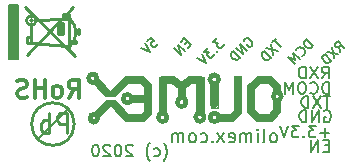
<source format=gbr>
G04 #@! TF.GenerationSoftware,KiCad,Pcbnew,5.1.5-52549c5~84~ubuntu19.10.1*
G04 #@! TF.CreationDate,2020-03-27T11:31:54+02:00*
G04 #@! TF.ProjectId,ESP-PROG_Rev.C,4553502d-5052-44f4-975f-5265762e432e,rev?*
G04 #@! TF.SameCoordinates,Original*
G04 #@! TF.FileFunction,Legend,Bot*
G04 #@! TF.FilePolarity,Positive*
%FSLAX46Y46*%
G04 Gerber Fmt 4.6, Leading zero omitted, Abs format (unit mm)*
G04 Created by KiCad (PCBNEW 5.1.5-52549c5~84~ubuntu19.10.1) date 2020-03-27 11:31:54*
%MOMM*%
%LPD*%
G04 APERTURE LIST*
%ADD10C,0.150000*%
%ADD11C,0.200000*%
%ADD12C,0.300000*%
%ADD13C,0.254000*%
%ADD14C,0.127000*%
%ADD15C,0.400000*%
%ADD16C,0.700000*%
%ADD17C,0.500000*%
%ADD18C,0.100000*%
G04 APERTURE END LIST*
D10*
X126997969Y-94182470D02*
X127267343Y-93913096D01*
X127563654Y-94155532D01*
X127509780Y-94155532D01*
X127428967Y-94182470D01*
X127294280Y-94317157D01*
X127267343Y-94397969D01*
X127267343Y-94451844D01*
X127294280Y-94532656D01*
X127428967Y-94667343D01*
X127509780Y-94694280D01*
X127563654Y-94694280D01*
X127644467Y-94667343D01*
X127779154Y-94532656D01*
X127806091Y-94451844D01*
X127806091Y-94397969D01*
X126809407Y-94371032D02*
X127186531Y-95125279D01*
X126432284Y-94748155D01*
X130377123Y-94242064D02*
X130188561Y-94430625D01*
X130404061Y-94807749D02*
X130673435Y-94538375D01*
X130107749Y-93972690D01*
X129838375Y-94242064D01*
X130161624Y-95050186D02*
X129595938Y-94484500D01*
X129838375Y-95373435D01*
X129272690Y-94807749D01*
X141010152Y-94601658D02*
X140444467Y-94035972D01*
X140309780Y-94170659D01*
X140255905Y-94278409D01*
X140255905Y-94386158D01*
X140282842Y-94466971D01*
X140363654Y-94601658D01*
X140444467Y-94682470D01*
X140579154Y-94763282D01*
X140659966Y-94790219D01*
X140767715Y-94790219D01*
X140875465Y-94736345D01*
X141010152Y-94601658D01*
X140067343Y-95436717D02*
X140121218Y-95436717D01*
X140228967Y-95382842D01*
X140282842Y-95328967D01*
X140336717Y-95221218D01*
X140336717Y-95113468D01*
X140309780Y-95032656D01*
X140228967Y-94897969D01*
X140148155Y-94817157D01*
X140013468Y-94736345D01*
X139932656Y-94709407D01*
X139824906Y-94709407D01*
X139717157Y-94763282D01*
X139663282Y-94817157D01*
X139609407Y-94924906D01*
X139609407Y-94978781D01*
X139878781Y-95733028D02*
X139313096Y-95167343D01*
X139528595Y-95759966D01*
X138935972Y-95544467D01*
X139501658Y-96110152D01*
X143333028Y-95078781D02*
X143252216Y-94620845D01*
X143656277Y-94755532D02*
X143090592Y-94189847D01*
X142875093Y-94405346D01*
X142848155Y-94486158D01*
X142848155Y-94540033D01*
X142875093Y-94620845D01*
X142955905Y-94701658D01*
X143036717Y-94728595D01*
X143090592Y-94728595D01*
X143171404Y-94701658D01*
X143386903Y-94486158D01*
X142578781Y-94701658D02*
X142767343Y-95644467D01*
X142201658Y-95078781D02*
X143144467Y-95267343D01*
X142551844Y-95859966D02*
X141986158Y-95294280D01*
X141851471Y-95428967D01*
X141797597Y-95536717D01*
X141797597Y-95644467D01*
X141824534Y-95725279D01*
X141905346Y-95859966D01*
X141986158Y-95940778D01*
X142120845Y-96021590D01*
X142201658Y-96048528D01*
X142309407Y-96048528D01*
X142417157Y-95994653D01*
X142551844Y-95859966D01*
X137904061Y-93976378D02*
X137580812Y-94299627D01*
X138308122Y-94703688D02*
X137742436Y-94138003D01*
X137446125Y-94434314D02*
X137634687Y-95377123D01*
X137069001Y-94811438D02*
X138011810Y-95000000D01*
X137419187Y-95592622D02*
X136853502Y-95026937D01*
X136718815Y-95161624D01*
X136664940Y-95269374D01*
X136664940Y-95377123D01*
X136691877Y-95457935D01*
X136772690Y-95592622D01*
X136853502Y-95673435D01*
X136988189Y-95754247D01*
X137069001Y-95781184D01*
X137176751Y-95781184D01*
X137284500Y-95727309D01*
X137419187Y-95592622D01*
X132925279Y-93955160D02*
X132575093Y-94305346D01*
X132979154Y-94332284D01*
X132898341Y-94413096D01*
X132871404Y-94493908D01*
X132871404Y-94547783D01*
X132898341Y-94628595D01*
X133033028Y-94763282D01*
X133113841Y-94790219D01*
X133167715Y-94790219D01*
X133248528Y-94763282D01*
X133410152Y-94601658D01*
X133437089Y-94520845D01*
X133437089Y-94466971D01*
X132844467Y-95059593D02*
X132844467Y-95113468D01*
X132898341Y-95113468D01*
X132898341Y-95059593D01*
X132844467Y-95059593D01*
X132898341Y-95113468D01*
X132117157Y-94763282D02*
X131766971Y-95113468D01*
X132171032Y-95140406D01*
X132090219Y-95221218D01*
X132063282Y-95302030D01*
X132063282Y-95355905D01*
X132090219Y-95436717D01*
X132224906Y-95571404D01*
X132305719Y-95598341D01*
X132359593Y-95598341D01*
X132440406Y-95571404D01*
X132602030Y-95409780D01*
X132628967Y-95328967D01*
X132628967Y-95275093D01*
X131605346Y-95275093D02*
X131982470Y-96029340D01*
X131228223Y-95652216D01*
X135148155Y-94186158D02*
X135175093Y-94105346D01*
X135255905Y-94024534D01*
X135363654Y-93970659D01*
X135471404Y-93970659D01*
X135552216Y-93997597D01*
X135686903Y-94078409D01*
X135767715Y-94159221D01*
X135848528Y-94293908D01*
X135875465Y-94374720D01*
X135875465Y-94482470D01*
X135821590Y-94590219D01*
X135767715Y-94644094D01*
X135659966Y-94697969D01*
X135606091Y-94697969D01*
X135417529Y-94509407D01*
X135525279Y-94401658D01*
X135417529Y-94994280D02*
X134851844Y-94428595D01*
X135094280Y-95317529D01*
X134528595Y-94751844D01*
X134824906Y-95586903D02*
X134259221Y-95021218D01*
X134124534Y-95155905D01*
X134070659Y-95263654D01*
X134070659Y-95371404D01*
X134097597Y-95452216D01*
X134178409Y-95586903D01*
X134259221Y-95667715D01*
X134393908Y-95748528D01*
X134474720Y-95775465D01*
X134582470Y-95775465D01*
X134690219Y-95721590D01*
X134824906Y-95586903D01*
X142338095Y-103028571D02*
X142004761Y-103028571D01*
X141861904Y-103552380D02*
X142338095Y-103552380D01*
X142338095Y-102552380D01*
X141861904Y-102552380D01*
X141433333Y-103552380D02*
X141433333Y-102552380D01*
X140861904Y-103552380D01*
X140861904Y-102552380D01*
X142400000Y-101971428D02*
X141638095Y-101971428D01*
X142019047Y-102352380D02*
X142019047Y-101590476D01*
X141257142Y-101352380D02*
X140638095Y-101352380D01*
X140971428Y-101733333D01*
X140828571Y-101733333D01*
X140733333Y-101780952D01*
X140685714Y-101828571D01*
X140638095Y-101923809D01*
X140638095Y-102161904D01*
X140685714Y-102257142D01*
X140733333Y-102304761D01*
X140828571Y-102352380D01*
X141114285Y-102352380D01*
X141209523Y-102304761D01*
X141257142Y-102257142D01*
X140209523Y-102257142D02*
X140161904Y-102304761D01*
X140209523Y-102352380D01*
X140257142Y-102304761D01*
X140209523Y-102257142D01*
X140209523Y-102352380D01*
X139828571Y-101352380D02*
X139209523Y-101352380D01*
X139542857Y-101733333D01*
X139400000Y-101733333D01*
X139304761Y-101780952D01*
X139257142Y-101828571D01*
X139209523Y-101923809D01*
X139209523Y-102161904D01*
X139257142Y-102257142D01*
X139304761Y-102304761D01*
X139400000Y-102352380D01*
X139685714Y-102352380D01*
X139780952Y-102304761D01*
X139828571Y-102257142D01*
X138923809Y-101352380D02*
X138590476Y-102352380D01*
X138257142Y-101352380D01*
X141961904Y-100100000D02*
X142057142Y-100052380D01*
X142200000Y-100052380D01*
X142342857Y-100100000D01*
X142438095Y-100195238D01*
X142485714Y-100290476D01*
X142533333Y-100480952D01*
X142533333Y-100623809D01*
X142485714Y-100814285D01*
X142438095Y-100909523D01*
X142342857Y-101004761D01*
X142200000Y-101052380D01*
X142104761Y-101052380D01*
X141961904Y-101004761D01*
X141914285Y-100957142D01*
X141914285Y-100623809D01*
X142104761Y-100623809D01*
X141485714Y-101052380D02*
X141485714Y-100052380D01*
X140914285Y-101052380D01*
X140914285Y-100052380D01*
X140438095Y-101052380D02*
X140438095Y-100052380D01*
X140200000Y-100052380D01*
X140057142Y-100100000D01*
X139961904Y-100195238D01*
X139914285Y-100290476D01*
X139866666Y-100480952D01*
X139866666Y-100623809D01*
X139914285Y-100814285D01*
X139961904Y-100909523D01*
X140057142Y-101004761D01*
X140200000Y-101052380D01*
X140438095Y-101052380D01*
X141766666Y-97352380D02*
X142100000Y-96876190D01*
X142338095Y-97352380D02*
X142338095Y-96352380D01*
X141957142Y-96352380D01*
X141861904Y-96400000D01*
X141814285Y-96447619D01*
X141766666Y-96542857D01*
X141766666Y-96685714D01*
X141814285Y-96780952D01*
X141861904Y-96828571D01*
X141957142Y-96876190D01*
X142338095Y-96876190D01*
X141433333Y-96352380D02*
X140766666Y-97352380D01*
X140766666Y-96352380D02*
X141433333Y-97352380D01*
X140385714Y-97352380D02*
X140385714Y-96352380D01*
X140147619Y-96352380D01*
X140004761Y-96400000D01*
X139909523Y-96495238D01*
X139861904Y-96590476D01*
X139814285Y-96780952D01*
X139814285Y-96923809D01*
X139861904Y-97114285D01*
X139909523Y-97209523D01*
X140004761Y-97304761D01*
X140147619Y-97352380D01*
X140385714Y-97352380D01*
X142357142Y-98652380D02*
X142357142Y-97652380D01*
X142119047Y-97652380D01*
X141976190Y-97700000D01*
X141880952Y-97795238D01*
X141833333Y-97890476D01*
X141785714Y-98080952D01*
X141785714Y-98223809D01*
X141833333Y-98414285D01*
X141880952Y-98509523D01*
X141976190Y-98604761D01*
X142119047Y-98652380D01*
X142357142Y-98652380D01*
X140785714Y-98557142D02*
X140833333Y-98604761D01*
X140976190Y-98652380D01*
X141071428Y-98652380D01*
X141214285Y-98604761D01*
X141309523Y-98509523D01*
X141357142Y-98414285D01*
X141404761Y-98223809D01*
X141404761Y-98080952D01*
X141357142Y-97890476D01*
X141309523Y-97795238D01*
X141214285Y-97700000D01*
X141071428Y-97652380D01*
X140976190Y-97652380D01*
X140833333Y-97700000D01*
X140785714Y-97747619D01*
X140166666Y-97652380D02*
X139976190Y-97652380D01*
X139880952Y-97700000D01*
X139785714Y-97795238D01*
X139738095Y-97985714D01*
X139738095Y-98319047D01*
X139785714Y-98509523D01*
X139880952Y-98604761D01*
X139976190Y-98652380D01*
X140166666Y-98652380D01*
X140261904Y-98604761D01*
X140357142Y-98509523D01*
X140404761Y-98319047D01*
X140404761Y-97985714D01*
X140357142Y-97795238D01*
X140261904Y-97700000D01*
X140166666Y-97652380D01*
X139309523Y-98652380D02*
X139309523Y-97652380D01*
X138976190Y-98366666D01*
X138642857Y-97652380D01*
X138642857Y-98652380D01*
X142461904Y-98852380D02*
X141890476Y-98852380D01*
X142176190Y-99852380D02*
X142176190Y-98852380D01*
X141652380Y-98852380D02*
X140985714Y-99852380D01*
X140985714Y-98852380D02*
X141652380Y-99852380D01*
X140604761Y-99852380D02*
X140604761Y-98852380D01*
X140366666Y-98852380D01*
X140223809Y-98900000D01*
X140128571Y-98995238D01*
X140080952Y-99090476D01*
X140033333Y-99280952D01*
X140033333Y-99423809D01*
X140080952Y-99614285D01*
X140128571Y-99709523D01*
X140223809Y-99804761D01*
X140366666Y-99852380D01*
X140604761Y-99852380D01*
D11*
X137742857Y-102747619D02*
X137847619Y-102695238D01*
X137900000Y-102642857D01*
X137952380Y-102538095D01*
X137952380Y-102223809D01*
X137900000Y-102119047D01*
X137847619Y-102066666D01*
X137742857Y-102014285D01*
X137585714Y-102014285D01*
X137480952Y-102066666D01*
X137428571Y-102119047D01*
X137376190Y-102223809D01*
X137376190Y-102538095D01*
X137428571Y-102642857D01*
X137480952Y-102695238D01*
X137585714Y-102747619D01*
X137742857Y-102747619D01*
X136747619Y-102747619D02*
X136852380Y-102695238D01*
X136904761Y-102590476D01*
X136904761Y-101647619D01*
X136328571Y-102747619D02*
X136328571Y-102014285D01*
X136328571Y-101647619D02*
X136380952Y-101700000D01*
X136328571Y-101752380D01*
X136276190Y-101700000D01*
X136328571Y-101647619D01*
X136328571Y-101752380D01*
X135804761Y-102747619D02*
X135804761Y-102014285D01*
X135804761Y-102119047D02*
X135752380Y-102066666D01*
X135647619Y-102014285D01*
X135490476Y-102014285D01*
X135385714Y-102066666D01*
X135333333Y-102171428D01*
X135333333Y-102747619D01*
X135333333Y-102171428D02*
X135280952Y-102066666D01*
X135176190Y-102014285D01*
X135019047Y-102014285D01*
X134914285Y-102066666D01*
X134861904Y-102171428D01*
X134861904Y-102747619D01*
X133919047Y-102695238D02*
X134023809Y-102747619D01*
X134233333Y-102747619D01*
X134338095Y-102695238D01*
X134390476Y-102590476D01*
X134390476Y-102171428D01*
X134338095Y-102066666D01*
X134233333Y-102014285D01*
X134023809Y-102014285D01*
X133919047Y-102066666D01*
X133866666Y-102171428D01*
X133866666Y-102276190D01*
X134390476Y-102380952D01*
X133500000Y-102747619D02*
X132923809Y-102014285D01*
X133500000Y-102014285D02*
X132923809Y-102747619D01*
X132504761Y-102642857D02*
X132452380Y-102695238D01*
X132504761Y-102747619D01*
X132557142Y-102695238D01*
X132504761Y-102642857D01*
X132504761Y-102747619D01*
X131509523Y-102695238D02*
X131614285Y-102747619D01*
X131823809Y-102747619D01*
X131928571Y-102695238D01*
X131980952Y-102642857D01*
X132033333Y-102538095D01*
X132033333Y-102223809D01*
X131980952Y-102119047D01*
X131928571Y-102066666D01*
X131823809Y-102014285D01*
X131614285Y-102014285D01*
X131509523Y-102066666D01*
X130880952Y-102747619D02*
X130985714Y-102695238D01*
X131038095Y-102642857D01*
X131090476Y-102538095D01*
X131090476Y-102223809D01*
X131038095Y-102119047D01*
X130985714Y-102066666D01*
X130880952Y-102014285D01*
X130723809Y-102014285D01*
X130619047Y-102066666D01*
X130566666Y-102119047D01*
X130514285Y-102223809D01*
X130514285Y-102538095D01*
X130566666Y-102642857D01*
X130619047Y-102695238D01*
X130723809Y-102747619D01*
X130880952Y-102747619D01*
X130042857Y-102747619D02*
X130042857Y-102014285D01*
X130042857Y-102119047D02*
X129990476Y-102066666D01*
X129885714Y-102014285D01*
X129728571Y-102014285D01*
X129623809Y-102066666D01*
X129571428Y-102171428D01*
X129571428Y-102747619D01*
X129571428Y-102171428D02*
X129519047Y-102066666D01*
X129414285Y-102014285D01*
X129257142Y-102014285D01*
X129152380Y-102066666D01*
X129100000Y-102171428D01*
X129100000Y-102747619D01*
D12*
X120314285Y-98978571D02*
X120814285Y-98264285D01*
X121171428Y-98978571D02*
X121171428Y-97478571D01*
X120600000Y-97478571D01*
X120457142Y-97550000D01*
X120385714Y-97621428D01*
X120314285Y-97764285D01*
X120314285Y-97978571D01*
X120385714Y-98121428D01*
X120457142Y-98192857D01*
X120600000Y-98264285D01*
X121171428Y-98264285D01*
X119457142Y-98978571D02*
X119600000Y-98907142D01*
X119671428Y-98835714D01*
X119742857Y-98692857D01*
X119742857Y-98264285D01*
X119671428Y-98121428D01*
X119600000Y-98050000D01*
X119457142Y-97978571D01*
X119242857Y-97978571D01*
X119100000Y-98050000D01*
X119028571Y-98121428D01*
X118957142Y-98264285D01*
X118957142Y-98692857D01*
X119028571Y-98835714D01*
X119100000Y-98907142D01*
X119242857Y-98978571D01*
X119457142Y-98978571D01*
X118314285Y-98978571D02*
X118314285Y-97478571D01*
X118314285Y-98192857D02*
X117457142Y-98192857D01*
X117457142Y-98978571D02*
X117457142Y-97478571D01*
X116814285Y-98907142D02*
X116600000Y-98978571D01*
X116242857Y-98978571D01*
X116100000Y-98907142D01*
X116028571Y-98835714D01*
X115957142Y-98692857D01*
X115957142Y-98550000D01*
X116028571Y-98407142D01*
X116100000Y-98335714D01*
X116242857Y-98264285D01*
X116528571Y-98192857D01*
X116671428Y-98121428D01*
X116742857Y-98050000D01*
X116814285Y-97907142D01*
X116814285Y-97764285D01*
X116742857Y-97621428D01*
X116671428Y-97550000D01*
X116528571Y-97478571D01*
X116171428Y-97478571D01*
X115957142Y-97550000D01*
D11*
X128357142Y-104333333D02*
X128404761Y-104285714D01*
X128500000Y-104142857D01*
X128547619Y-104047619D01*
X128595238Y-103904761D01*
X128642857Y-103666666D01*
X128642857Y-103476190D01*
X128595238Y-103238095D01*
X128547619Y-103095238D01*
X128500000Y-103000000D01*
X128404761Y-102857142D01*
X128357142Y-102809523D01*
X127547619Y-103904761D02*
X127642857Y-103952380D01*
X127833333Y-103952380D01*
X127928571Y-103904761D01*
X127976190Y-103857142D01*
X128023809Y-103761904D01*
X128023809Y-103476190D01*
X127976190Y-103380952D01*
X127928571Y-103333333D01*
X127833333Y-103285714D01*
X127642857Y-103285714D01*
X127547619Y-103333333D01*
X127214285Y-104333333D02*
X127166666Y-104285714D01*
X127071428Y-104142857D01*
X127023809Y-104047619D01*
X126976190Y-103904761D01*
X126928571Y-103666666D01*
X126928571Y-103476190D01*
X126976190Y-103238095D01*
X127023809Y-103095238D01*
X127071428Y-103000000D01*
X127166666Y-102857142D01*
X127214285Y-102809523D01*
X125738095Y-103047619D02*
X125690476Y-103000000D01*
X125595238Y-102952380D01*
X125357142Y-102952380D01*
X125261904Y-103000000D01*
X125214285Y-103047619D01*
X125166666Y-103142857D01*
X125166666Y-103238095D01*
X125214285Y-103380952D01*
X125785714Y-103952380D01*
X125166666Y-103952380D01*
X124547619Y-102952380D02*
X124452380Y-102952380D01*
X124357142Y-103000000D01*
X124309523Y-103047619D01*
X124261904Y-103142857D01*
X124214285Y-103333333D01*
X124214285Y-103571428D01*
X124261904Y-103761904D01*
X124309523Y-103857142D01*
X124357142Y-103904761D01*
X124452380Y-103952380D01*
X124547619Y-103952380D01*
X124642857Y-103904761D01*
X124690476Y-103857142D01*
X124738095Y-103761904D01*
X124785714Y-103571428D01*
X124785714Y-103333333D01*
X124738095Y-103142857D01*
X124690476Y-103047619D01*
X124642857Y-103000000D01*
X124547619Y-102952380D01*
X123833333Y-103047619D02*
X123785714Y-103000000D01*
X123690476Y-102952380D01*
X123452380Y-102952380D01*
X123357142Y-103000000D01*
X123309523Y-103047619D01*
X123261904Y-103142857D01*
X123261904Y-103238095D01*
X123309523Y-103380952D01*
X123880952Y-103952380D01*
X123261904Y-103952380D01*
X122642857Y-102952380D02*
X122547619Y-102952380D01*
X122452380Y-103000000D01*
X122404761Y-103047619D01*
X122357142Y-103142857D01*
X122309523Y-103333333D01*
X122309523Y-103571428D01*
X122357142Y-103761904D01*
X122404761Y-103857142D01*
X122452380Y-103904761D01*
X122547619Y-103952380D01*
X122642857Y-103952380D01*
X122738095Y-103904761D01*
X122785714Y-103857142D01*
X122833333Y-103761904D01*
X122880952Y-103571428D01*
X122880952Y-103333333D01*
X122833333Y-103142857D01*
X122785714Y-103047619D01*
X122738095Y-103000000D01*
X122642857Y-102952380D01*
D10*
X116062000Y-91130000D02*
X115300000Y-91130000D01*
X116062000Y-95702000D02*
X116062000Y-91130000D01*
X115300000Y-95702000D02*
X116062000Y-95702000D01*
X115300000Y-91130000D02*
X115300000Y-95702000D01*
X116011200Y-91180800D02*
X116011200Y-95600400D01*
X115909600Y-95651200D02*
X115909600Y-91180800D01*
X115757200Y-91180800D02*
X115757200Y-95600400D01*
X115604800Y-91180800D02*
X115604800Y-95600400D01*
X115858800Y-95651200D02*
X115858800Y-91231600D01*
X115706400Y-95651200D02*
X115706400Y-91180800D01*
X115503200Y-91231600D02*
X115503200Y-95600400D01*
X115401600Y-95651200D02*
X115401600Y-91231600D01*
D13*
X120838000Y-95496000D02*
X116647000Y-91305000D01*
X116774000Y-95369000D02*
X120711000Y-91305000D01*
X117155000Y-94353000D02*
X117155000Y-92956000D01*
X117155000Y-94353000D02*
X120203000Y-94607000D01*
X120330000Y-94861000D02*
X120330000Y-91940000D01*
X116774000Y-93845000D02*
X117028000Y-93845000D01*
X116774000Y-94353000D02*
X116774000Y-93845000D01*
X117155000Y-94353000D02*
X116774000Y-94353000D01*
X117663000Y-92448000D02*
X119695000Y-92321000D01*
X117556609Y-92448000D02*
G75*
G03X117556609Y-92448000I-401609J0D01*
G01*
X120965000Y-94226000D02*
X120457000Y-94226000D01*
X120965000Y-94353000D02*
X120965000Y-94226000D01*
X120457000Y-94353000D02*
X120965000Y-94353000D01*
X119822000Y-91940000D02*
X120330000Y-91940000D01*
X119822000Y-92321000D02*
X119822000Y-91940000D01*
X120330000Y-92321000D02*
X119822000Y-92321000D01*
X120203000Y-92194000D02*
X120076000Y-92194000D01*
X120330000Y-92194000D02*
X119949000Y-92067000D01*
X120203000Y-92194000D02*
X120076000Y-92194000D01*
X120203000Y-92067000D02*
X119822000Y-92067000D01*
X120203000Y-92194000D02*
X120203000Y-92067000D01*
X119822000Y-92194000D02*
X120203000Y-92194000D01*
X119441000Y-93591000D02*
X119822000Y-93591000D01*
X119441000Y-92702000D02*
X119441000Y-93591000D01*
X119822000Y-92702000D02*
X119441000Y-92702000D01*
X119822000Y-93591000D02*
X119822000Y-92702000D01*
X119695000Y-93464000D02*
X119695000Y-92829000D01*
X121219000Y-93210000D02*
X121219000Y-93591000D01*
X121092000Y-93210000D02*
X121219000Y-93210000D01*
X121092000Y-93591000D02*
X121092000Y-93210000D01*
X121219000Y-93591000D02*
X121092000Y-93591000D01*
X120457000Y-92321000D02*
G75*
G02X120457000Y-94607000I-1143000J-1143000D01*
G01*
D14*
X117282000Y-92448000D02*
G75*
G03X117282000Y-92448000I-127000J0D01*
G01*
D15*
X138325747Y-98873000D02*
G75*
G03X138325747Y-98873000I-337447J0D01*
G01*
D16*
X138001000Y-98098300D02*
X137493000Y-97590300D01*
X136400800Y-97514100D02*
X135765800Y-98123700D01*
X135791200Y-100079500D02*
X136350000Y-100663700D01*
X134165600Y-100676400D02*
X134622800Y-100219200D01*
X133179800Y-100676400D02*
X134165600Y-100676400D01*
D15*
X133033324Y-100651000D02*
G75*
G03X133033324Y-100651000I-366324J0D01*
G01*
D16*
X132667000Y-97958600D02*
X132667000Y-99558800D01*
D15*
X133027818Y-97425200D02*
G75*
G03X133027818Y-97425200I-373518J0D01*
G01*
X131794759Y-100625600D02*
G75*
G03X131794759Y-100625600I-359659J0D01*
G01*
D16*
X131447800Y-100117600D02*
X131447800Y-97526800D01*
X131447800Y-97526800D02*
X130609600Y-97526800D01*
X130609600Y-97526800D02*
X130000000Y-98034800D01*
X129898400Y-98822200D02*
X129898400Y-98111000D01*
X129822200Y-98034800D02*
X129187200Y-97526800D01*
D15*
X130269318Y-99355600D02*
G75*
G03X130269318Y-99355600I-370918J0D01*
G01*
D16*
X129187200Y-97526800D02*
X128298200Y-97526800D01*
D15*
X128648729Y-100638300D02*
G75*
G03X128648729Y-100638300I-363229J0D01*
G01*
X122785666Y-100727200D02*
G75*
G03X122785666Y-100727200I-329466J0D01*
G01*
D16*
X122786400Y-100371600D02*
X123624600Y-99558800D01*
D17*
X124132600Y-99457200D02*
X123599200Y-99457200D01*
D16*
X125275600Y-100676400D02*
X124132600Y-99558800D01*
X126596400Y-100676400D02*
X125275600Y-100676400D01*
X127028200Y-100244600D02*
X126596400Y-100676400D01*
X127028200Y-98009400D02*
X127028200Y-100244600D01*
X127028200Y-97984000D02*
X126545600Y-97476000D01*
X126497500Y-97501400D02*
X125275600Y-97501400D01*
X125275600Y-97501400D02*
X124183400Y-98568200D01*
D17*
X124158000Y-98682500D02*
X123599200Y-98682500D01*
D16*
X122735600Y-97691900D02*
X123599200Y-98585600D01*
D15*
X122726735Y-97336300D02*
G75*
G03X122726735Y-97336300I-359435J0D01*
G01*
D16*
X125809000Y-99076200D02*
X127028200Y-99076200D01*
D15*
X125660659Y-99076200D02*
G75*
G03X125660659Y-99076200I-359659J0D01*
G01*
D16*
X137429500Y-100689100D02*
X136388100Y-100689100D01*
X137988300Y-100130300D02*
X137988300Y-99368300D01*
X138001000Y-100117600D02*
X137416800Y-100689100D01*
X138001000Y-98149100D02*
X138001000Y-98390400D01*
X135778500Y-98111000D02*
X135778500Y-100041400D01*
X136400800Y-97501400D02*
X137404100Y-97501400D01*
X128285500Y-97514100D02*
X128285500Y-100117600D01*
X134622800Y-100231900D02*
X134622800Y-97501400D01*
D18*
X134622800Y-97158500D02*
X134902200Y-97158500D01*
X134927600Y-97158500D02*
X134927600Y-100308100D01*
X134914900Y-97158500D02*
X134927600Y-97158500D01*
X134902200Y-97158500D02*
X134914900Y-97158500D01*
X134787900Y-97247400D02*
X134851400Y-97234700D01*
X134305300Y-97158500D02*
X134305300Y-100193800D01*
X134610100Y-97158500D02*
X134305300Y-97158500D01*
X134483100Y-97234700D02*
X134368800Y-97234700D01*
X132984500Y-97844300D02*
X132984500Y-99863600D01*
X132349500Y-99863600D02*
X132349500Y-97844300D01*
X132374900Y-99863600D02*
X132349500Y-99863600D01*
X132984500Y-99863600D02*
X132374900Y-99863600D01*
X132844800Y-99800100D02*
X132908300Y-99800100D01*
X132501900Y-99800100D02*
X132413000Y-99800100D01*
X131765300Y-100206500D02*
X131765300Y-97222000D01*
X130520700Y-97209300D02*
X129936500Y-97691900D01*
X131765300Y-97209300D02*
X130520700Y-97209300D01*
X131612900Y-97272800D02*
X131689100Y-97272800D01*
X127955300Y-100231900D02*
X127955300Y-97222000D01*
X129276100Y-97209300D02*
X129898400Y-97704600D01*
X129250700Y-97209300D02*
X129276100Y-97209300D01*
X127955300Y-97209300D02*
X129250700Y-97209300D01*
X127955300Y-97222000D02*
X127955300Y-97209300D01*
X128107700Y-97285500D02*
X128006100Y-97285500D01*
X125161300Y-97171200D02*
X123904000Y-98415800D01*
X125212100Y-97171200D02*
X125161300Y-97171200D01*
X126583700Y-97171200D02*
X125212100Y-97171200D01*
D13*
X120799037Y-101214960D02*
G75*
G03X120799037Y-101214960I-1802237J0D01*
G01*
D11*
X117836020Y-102378280D02*
X120269340Y-99957660D01*
D10*
D13*
X120185068Y-102004327D02*
X120185068Y-100304327D01*
X119613640Y-100304327D01*
X119470782Y-100385280D01*
X119399354Y-100466232D01*
X119327925Y-100628137D01*
X119327925Y-100870994D01*
X119399354Y-101032899D01*
X119470782Y-101113851D01*
X119613640Y-101194803D01*
X120185068Y-101194803D01*
X118685068Y-102004327D02*
X118685068Y-100304327D01*
X118685068Y-100951946D02*
X118542211Y-100870994D01*
X118256497Y-100870994D01*
X118113640Y-100951946D01*
X118042211Y-101032899D01*
X117970782Y-101194803D01*
X117970782Y-101680518D01*
X118042211Y-101842422D01*
X118113640Y-101923375D01*
X118256497Y-102004327D01*
X118542211Y-102004327D01*
X118685068Y-101923375D01*
M02*

</source>
